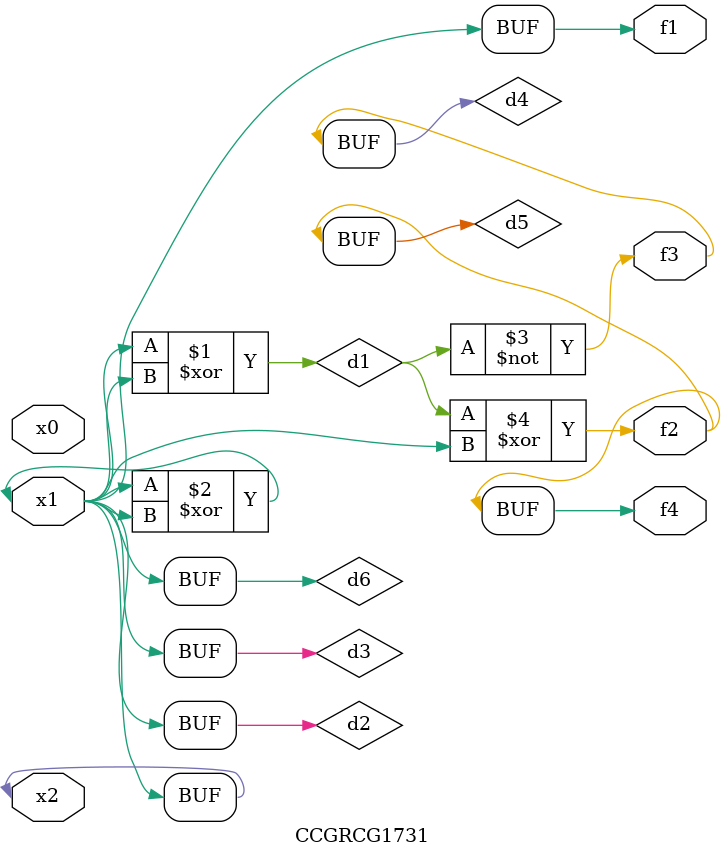
<source format=v>
module CCGRCG1731(
	input x0, x1, x2,
	output f1, f2, f3, f4
);

	wire d1, d2, d3, d4, d5, d6;

	xor (d1, x1, x2);
	buf (d2, x1, x2);
	xor (d3, x1, x2);
	nor (d4, d1);
	xor (d5, d1, d2);
	buf (d6, d2, d3);
	assign f1 = d6;
	assign f2 = d5;
	assign f3 = d4;
	assign f4 = d5;
endmodule

</source>
